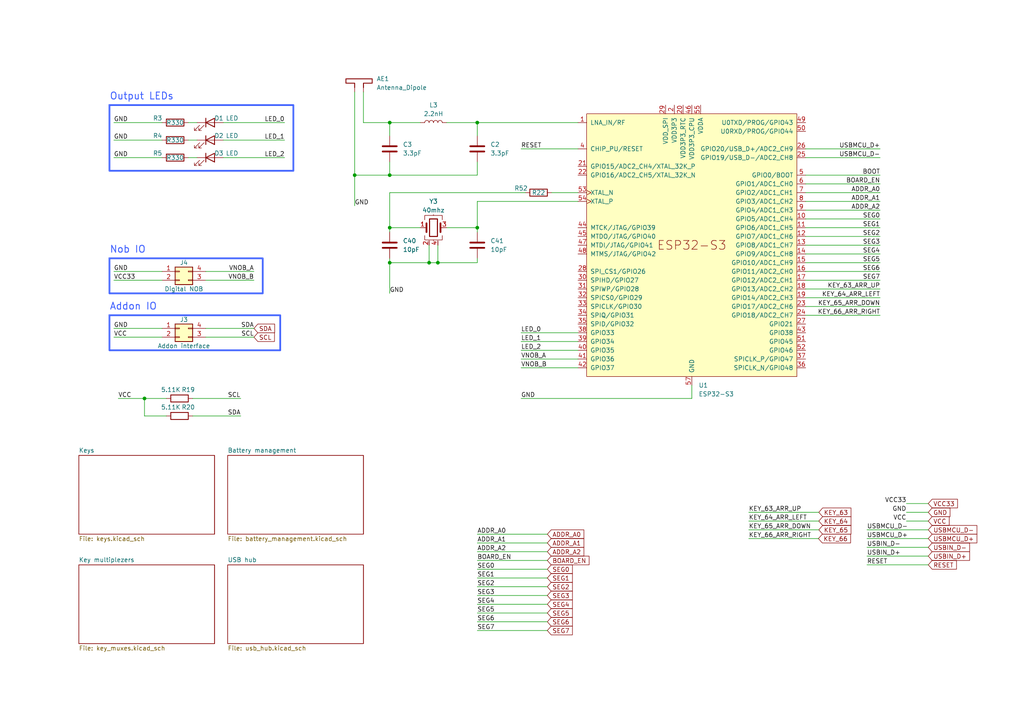
<source format=kicad_sch>
(kicad_sch (version 20230121) (generator eeschema)
  (paper "A4")
  (lib_symbols
    (symbol "Connector_Generic:Conn_02x02_Counter_Clockwise" (pin_names (offset 1.016) hide)
      (property "Reference" "J" (at 1.27 2.54 0))
      (property "Value" "Conn_02x02_Counter_Clockwise" (at 1.27 -5.08 0))
      (symbol "Conn_02x02_Counter_Clockwise_1_1"
        (rectangle (start -1.27 -2.413) (end 0 -2.667) (stroke (width 0.1524)))
        (rectangle (start -1.27 0.127) (end 0 -0.127) (stroke (width 0.1524)))
        (rectangle (start -1.27 1.27) (end 3.81 -3.81) (stroke (width 0.254)) (fill (type background)))
        (rectangle (start 3.81 -2.413) (end 2.54 -2.667) (stroke (width 0.1524)))
        (rectangle (start 3.81 0.127) (end 2.54 -0.127) (stroke (width 0.1524)))
        (pin passive line (at -5.08 0 0) (length 3.81) (name "Pin_1") (number "1"))
        (pin passive line (at -5.08 -2.54 0) (length 3.81) (name "Pin_2") (number "2"))
        (pin passive line (at 7.62 -2.54 180) (length 3.81) (name "Pin_3") (number "3"))
        (pin passive line (at 7.62 0 180) (length 3.81) (name "Pin_4") (number "4"))
      )
    )
    (symbol "Device:Antenna_Dipole" (pin_numbers hide) (pin_names (offset 1.016) hide)
      (property "Reference" "AE" (at 1.27 1.27 0))
      (property "Value" "Antenna_Dipole" (at 1.27 0 0))
      (symbol "Antenna_Dipole_0_1"
        (polyline (pts (xy 2.54 -3.81) (xy 2.54 -2.54) (xy 5.08 -2.54) (xy 5.08 -1.27) (xy -2.54 -1.27) (xy -2.54 -2.54) (xy 0 -2.54) (xy 0 -3.81)) (stroke (width 0.254)))
      )
      (symbol "Antenna_Dipole_1_1"
        (pin input line (at 0 -5.08 90) (length 2.54) (name "~") (number "1"))
        (pin input line (at 2.54 -5.08 90) (length 2.54) (name "~") (number "2"))
      )
    )
    (symbol "Device:C" (pin_numbers hide) (pin_names (offset 0.254))
      (property "Reference" "C" (at 0.635 2.54 0))
      (property "Value" "C" (at 0.635 -2.54 0))
      (symbol "C_0_1"
        (polyline (pts (xy -2.032 -0.762) (xy 2.032 -0.762)) (stroke (width 0.508)))
        (polyline (pts (xy -2.032 0.762) (xy 2.032 0.762)) (stroke (width 0.508)))
      )
      (symbol "C_1_1"
        (pin passive line (at 0 3.81 270) (length 2.794) (name "~") (number "1"))
        (pin passive line (at 0 -3.81 90) (length 2.794) (name "~") (number "2"))
      )
    )
    (symbol "Device:Crystal_GND24" (pin_names (offset 1.016) hide)
      (property "Reference" "Y1" (at 11.43 4.1909 0))
      (property "Value" "Crystal_GND24" (at 11.43 1.6509 0))
      (symbol "Crystal_GND24_0_1"
        (rectangle (start -1.143 2.54) (end 1.143 -2.54) (stroke (width 0.3048)))
        (polyline (pts (xy -2.54 0) (xy -2.032 0)))
        (polyline (pts (xy -2.032 -1.27) (xy -2.032 1.27)) (stroke (width 0.508)))
        (polyline (pts (xy 0 -3.81) (xy 0 -3.556)))
        (polyline (pts (xy 0 3.556) (xy 0 3.81)))
        (polyline (pts (xy 2.032 -1.27) (xy 2.032 1.27)) (stroke (width 0.508)))
        (polyline (pts (xy 2.032 0) (xy 2.54 0)))
        (polyline (pts (xy -2.54 -2.286) (xy -2.54 -3.556) (xy 2.54 -3.556) (xy 2.54 -2.286)))
        (polyline (pts (xy -2.54 2.286) (xy -2.54 3.556) (xy 2.54 3.556) (xy 2.54 2.286)))
      )
      (symbol "Crystal_GND24_1_1"
        (pin passive line (at -3.81 0 0) (length 1.27) (name "1") (number "1"))
        (pin passive line (at -1.27 -5.08 90) (length 1.27) (name "2") (number "2"))
        (pin passive line (at 3.81 0 180) (length 1.27) (name "3") (number "3"))
        (pin passive line (at 1.27 -5.08 90) (length 1.27) (name "4") (number "4"))
      )
    )
    (symbol "Device:L" (pin_numbers hide) (pin_names (offset 1.016) hide)
      (property "Reference" "L" (at -1.27 0 90))
      (property "Value" "L" (at 1.905 0 90))
      (symbol "L_0_1"
        (arc (start 0 -2.54) (mid 0.6323 -1.905) (end 0 -1.27))
        (arc (start 0 -1.27) (mid 0.6323 -0.635) (end 0 0))
        (arc (start 0 0) (mid 0.6323 0.635) (end 0 1.27))
        (arc (start 0 1.27) (mid 0.6323 1.905) (end 0 2.54))
      )
      (symbol "L_1_1"
        (pin passive line (at 0 3.81 270) (length 1.27) (name "1") (number "1"))
        (pin passive line (at 0 -3.81 90) (length 1.27) (name "2") (number "2"))
      )
    )
    (symbol "Device:LED" (pin_numbers hide) (pin_names (offset 1.016) hide)
      (property "Reference" "D" (at 0 2.54 0))
      (property "Value" "LED" (at 0 -2.54 0))
      (symbol "LED_0_1"
        (polyline (pts (xy -1.27 -1.27) (xy -1.27 1.27)) (stroke (width 0.254)))
        (polyline (pts (xy -1.27 0) (xy 1.27 0)))
        (polyline (pts (xy 1.27 -1.27) (xy 1.27 1.27) (xy -1.27 0) (xy 1.27 -1.27)) (stroke (width 0.254)))
        (polyline (pts (xy -3.048 -0.762) (xy -4.572 -2.286) (xy -3.81 -2.286) (xy -4.572 -2.286) (xy -4.572 -1.524)))
        (polyline (pts (xy -1.778 -0.762) (xy -3.302 -2.286) (xy -2.54 -2.286) (xy -3.302 -2.286) (xy -3.302 -1.524)))
      )
      (symbol "LED_1_1"
        (pin passive line (at -3.81 0 0) (length 2.54) (name "K") (number "1"))
        (pin passive line (at 3.81 0 180) (length 2.54) (name "A") (number "2"))
      )
    )
    (symbol "Device:R" (pin_numbers hide) (pin_names (offset 0))
      (property "Reference" "R" (at 2.032 0 90))
      (property "Value" "R" (at 0 0 90))
      (symbol "R_0_1"
        (rectangle (start -1.016 -2.54) (end 1.016 2.54) (stroke (width 0.254)))
      )
      (symbol "R_1_1"
        (pin passive line (at 0 3.81 270) (length 1.27) (name "~") (number "1"))
        (pin passive line (at 0 -3.81 90) (length 1.27) (name "~") (number "2"))
      )
    )
    (symbol "esp:ESP32-S3" (pin_names (offset 1.016))
      (property "Reference" "U" (at -30.48 43.18 0))
      (property "Value" "ESP32-S3" (at -30.48 40.64 0))
      (symbol "ESP32-S3_0_0"
        (text "ESP32-S3" (at 0 0 0) (effects (font (size 2.54 2.54))))
        (pin bidirectional line (at 33.02 -35.56 180) (length 2.54) (name "SPICLK_N/GPIO48") (number "36"))
        (pin bidirectional line (at 33.02 -33.02 180) (length 2.54) (name "SPICLK_P/GPIO47") (number "37"))
      )
      (symbol "ESP32-S3_0_1"
        (rectangle (start -30.48 38.1) (end 30.48 -38.1) (fill (type background)))
      )
      (symbol "ESP32-S3_1_1"
        (pin bidirectional line (at -33.02 35.56 0) (length 2.54) (name "LNA_IN/RF") (number "1"))
        (pin bidirectional line (at 33.02 7.62 180) (length 2.54) (name "GPIO5/ADC1_CH4") (number "10"))
        (pin bidirectional line (at 33.02 5.08 180) (length 2.54) (name "GPIO6/ADC1_CH5") (number "11"))
        (pin bidirectional line (at 33.02 2.54 180) (length 2.54) (name "GPIO7/ADC1_CH6") (number "12"))
        (pin bidirectional line (at 33.02 0 180) (length 2.54) (name "GPIO8/ADC1_CH7") (number "13"))
        (pin bidirectional line (at 33.02 -2.54 180) (length 2.54) (name "GPIO9/ADC1_CH8") (number "14"))
        (pin bidirectional line (at 33.02 -5.08 180) (length 2.54) (name "GPIO10/ADC1_CH9") (number "15"))
        (pin bidirectional line (at 33.02 -7.62 180) (length 2.54) (name "GPIO11/ADC2_CH0") (number "16"))
        (pin bidirectional line (at 33.02 -10.16 180) (length 2.54) (name "GPIO12/ADC2_CH1") (number "17"))
        (pin bidirectional line (at 33.02 -12.7 180) (length 2.54) (name "GPIO13/ADC2_CH2") (number "18"))
        (pin bidirectional line (at 33.02 -15.24 180) (length 2.54) (name "GPIO14/ADC2_CH3") (number "19"))
        (pin power_in line (at -5.08 40.64 270) (length 2.54) (name "VDD3P3") (number "2"))
        (pin power_in line (at -2.54 40.64 270) (length 2.54) (name "VDD3P3_RTC") (number "20"))
        (pin bidirectional line (at -33.02 22.86 0) (length 2.54) (name "GPIO15/ADC2_CH4/XTAL_32K_P") (number "21"))
        (pin bidirectional line (at -33.02 20.32 0) (length 2.54) (name "GPIO16/ADC2_CH5/XTAL_32K_N") (number "22"))
        (pin bidirectional line (at 33.02 -17.78 180) (length 2.54) (name "GPIO17/ADC2_CH6") (number "23"))
        (pin bidirectional line (at 33.02 -20.32 180) (length 2.54) (name "GPIO18/ADC2_CH7") (number "24"))
        (pin bidirectional line (at 33.02 25.4 180) (length 2.54) (name "GPIO19/USB_D-/ADC2_CH8") (number "25"))
        (pin bidirectional line (at 33.02 27.94 180) (length 2.54) (name "GPIO20/USB_D+/ADC2_CH9") (number "26"))
        (pin bidirectional line (at 33.02 -22.86 180) (length 2.54) (name "GPIO21") (number "27"))
        (pin bidirectional line (at -33.02 -7.62 0) (length 2.54) (name "SPI_CS1/GPIO26") (number "28"))
        (pin power_out line (at -7.62 40.64 270) (length 2.54) (name "VDD_SPI") (number "29"))
        (pin power_in line (at -5.08 40.64 270) (length 2.54) hide (name "VDD3P3") (number "3"))
        (pin bidirectional line (at -33.02 -10.16 0) (length 2.54) (name "SPIHD/GPIO27") (number "30"))
        (pin bidirectional line (at -33.02 -12.7 0) (length 2.54) (name "SPIWP/GPIO28") (number "31"))
        (pin bidirectional line (at -33.02 -15.24 0) (length 2.54) (name "SPICS0/GPIO29") (number "32"))
        (pin bidirectional line (at -33.02 -17.78 0) (length 2.54) (name "SPICLK/GPIO30") (number "33"))
        (pin bidirectional line (at -33.02 -20.32 0) (length 2.54) (name "SPIQ/GPIO31") (number "34"))
        (pin bidirectional line (at -33.02 -22.86 0) (length 2.54) (name "SPID/GPIO32") (number "35"))
        (pin bidirectional line (at -33.02 -25.4 0) (length 2.54) (name "GPIO33") (number "38"))
        (pin bidirectional line (at -33.02 -27.94 0) (length 2.54) (name "GPIO34") (number "39"))
        (pin input line (at -33.02 27.94 0) (length 2.54) (name "CHIP_PU/RESET") (number "4"))
        (pin bidirectional line (at -33.02 -30.48 0) (length 2.54) (name "GPIO35") (number "40"))
        (pin bidirectional line (at -33.02 -33.02 0) (length 2.54) (name "GPIO36") (number "41"))
        (pin bidirectional line (at -33.02 -35.56 0) (length 2.54) (name "GPIO37") (number "42"))
        (pin bidirectional line (at 33.02 -25.4 180) (length 2.54) (name "GPIO38") (number "43"))
        (pin bidirectional line (at -33.02 5.08 0) (length 2.54) (name "MTCK/JTAG/GPIO39") (number "44"))
        (pin bidirectional line (at -33.02 2.54 0) (length 2.54) (name "MTDO/JTAG/GPIO40") (number "45"))
        (pin power_in line (at 0 40.64 270) (length 2.54) (name "VDD3P3_CPU") (number "46"))
        (pin bidirectional line (at -33.02 0 0) (length 2.54) (name "MTDI/JTAG/GPIO41") (number "47"))
        (pin bidirectional line (at -33.02 -2.54 0) (length 2.54) (name "MTMS/JTAG/GPIO42") (number "48"))
        (pin bidirectional line (at 33.02 35.56 180) (length 2.54) (name "U0TXD/PROG/GPIO43") (number "49"))
        (pin bidirectional line (at 33.02 20.32 180) (length 2.54) (name "GPIO0/BOOT") (number "5"))
        (pin bidirectional line (at 33.02 33.02 180) (length 2.54) (name "U0RXD/PROG/GPIO44") (number "50"))
        (pin bidirectional line (at 33.02 -27.94 180) (length 2.54) (name "GPIO45") (number "51"))
        (pin bidirectional line (at 33.02 -30.48 180) (length 2.54) (name "GPIO46") (number "52"))
        (pin input clock (at -33.02 15.24 0) (length 2.54) (name "XTAL_N") (number "53"))
        (pin output clock (at -33.02 12.7 0) (length 2.54) (name "XTAL_P") (number "54"))
        (pin power_in line (at 2.54 40.64 270) (length 2.54) (name "VDDA") (number "55"))
        (pin passive line (at 2.54 40.64 270) (length 2.54) hide (name "VDDA") (number "56"))
        (pin power_in line (at 0 -40.64 90) (length 2.54) (name "GND") (number "57"))
        (pin bidirectional line (at 33.02 17.78 180) (length 2.54) (name "GPIO1/ADC1_CH0") (number "6"))
        (pin bidirectional line (at 33.02 15.24 180) (length 2.54) (name "GPIO2/ADC1_CH1") (number "7"))
        (pin bidirectional line (at 33.02 12.7 180) (length 2.54) (name "GPIO3/ADC1_CH2") (number "8"))
        (pin bidirectional line (at 33.02 10.16 180) (length 2.54) (name "GPIO4/ADC1_CH3") (number "9"))
      )
    )
  )
  (junction (at 138.43 66.04))
  (junction (at 113.03 50.8))
  (junction (at 113.03 35.56))
  (junction (at 102.87 50.8))
  (junction (at 124.46 76.2))
  (junction (at 41.91 115.57))
  (junction (at 113.03 66.04))
  (junction (at 127 76.2))
  (junction (at 113.03 76.2))
  (junction (at 138.43 35.56))
  (wire (pts (xy 138.43 35.56) (xy 138.43 39.37)))
  (wire (pts (xy 262.89 146.05) (xy 269.24 146.05)))
  (wire (pts (xy 233.68 58.42) (xy 255.27 58.42)))
  (wire (pts (xy 124.46 71.12) (xy 124.46 76.2)))
  (wire (pts (xy 33.02 97.79) (xy 46.99 97.79)))
  (wire (pts (xy 138.43 170.18) (xy 158.75 170.18)))
  (wire (pts (xy 59.69 78.74) (xy 73.66 78.74)))
  (wire (pts (xy 138.43 66.04) (xy 138.43 58.42)))
  (wire (pts (xy 113.03 35.56) (xy 105.41 35.56)))
  (wire (pts (xy 233.68 53.34) (xy 255.27 53.34)))
  (wire (pts (xy 102.87 50.8) (xy 113.03 50.8)))
  (wire (pts (xy 54.61 35.56) (xy 57.15 35.56)))
  (wire (pts (xy 269.24 153.67) (xy 251.46 153.67)))
  (wire (pts (xy 160.02 55.88) (xy 167.64 55.88)))
  (wire (pts (xy 113.03 76.2) (xy 113.03 74.93)))
  (wire (pts (xy 138.43 177.8) (xy 158.75 177.8)))
  (wire (pts (xy 64.77 35.56) (xy 82.55 35.56)))
  (wire (pts (xy 113.03 76.2) (xy 113.03 85.09)))
  (wire (pts (xy 138.43 162.56) (xy 158.75 162.56)))
  (wire (pts (xy 127 71.12) (xy 127 76.2)))
  (wire (pts (xy 151.13 99.06) (xy 167.64 99.06)))
  (wire (pts (xy 113.03 55.88) (xy 152.4 55.88)))
  (wire (pts (xy 233.68 66.04) (xy 255.27 66.04)))
  (wire (pts (xy 151.13 106.68) (xy 167.64 106.68)))
  (wire (pts (xy 59.69 81.28) (xy 73.66 81.28)))
  (wire (pts (xy 269.24 151.13) (xy 262.89 151.13)))
  (wire (pts (xy 151.13 96.52) (xy 167.64 96.52)))
  (wire (pts (xy 54.61 45.72) (xy 57.15 45.72)))
  (wire (pts (xy 151.13 115.57) (xy 200.66 115.57)))
  (wire (pts (xy 233.68 73.66) (xy 255.27 73.66)))
  (wire (pts (xy 41.91 115.57) (xy 48.26 115.57)))
  (wire (pts (xy 129.54 66.04) (xy 138.43 66.04)))
  (wire (pts (xy 217.17 153.67) (xy 237.49 153.67)))
  (wire (pts (xy 233.68 76.2) (xy 255.27 76.2)))
  (wire (pts (xy 233.68 86.36) (xy 255.27 86.36)))
  (wire (pts (xy 59.69 95.25) (xy 73.66 95.25)))
  (wire (pts (xy 41.91 120.65) (xy 41.91 115.57)))
  (wire (pts (xy 233.68 45.72) (xy 255.27 45.72)))
  (wire (pts (xy 138.43 58.42) (xy 167.64 58.42)))
  (wire (pts (xy 33.02 95.25) (xy 46.99 95.25)))
  (wire (pts (xy 105.41 26.67) (xy 105.41 35.56)))
  (wire (pts (xy 269.24 161.29) (xy 251.46 161.29)))
  (wire (pts (xy 151.13 104.14) (xy 167.64 104.14)))
  (wire (pts (xy 138.43 175.26) (xy 158.75 175.26)))
  (wire (pts (xy 233.68 88.9) (xy 255.27 88.9)))
  (wire (pts (xy 233.68 78.74) (xy 255.27 78.74)))
  (wire (pts (xy 233.68 55.88) (xy 255.27 55.88)))
  (wire (pts (xy 251.46 163.83) (xy 269.24 163.83)))
  (wire (pts (xy 33.02 35.56) (xy 46.99 35.56)))
  (wire (pts (xy 64.77 40.64) (xy 82.55 40.64)))
  (wire (pts (xy 121.92 35.56) (xy 113.03 35.56)))
  (wire (pts (xy 33.02 81.28) (xy 46.99 81.28)))
  (wire (pts (xy 217.17 148.59) (xy 237.49 148.59)))
  (wire (pts (xy 138.43 160.02) (xy 158.75 160.02)))
  (wire (pts (xy 129.54 35.56) (xy 138.43 35.56)))
  (wire (pts (xy 113.03 76.2) (xy 124.46 76.2)))
  (wire (pts (xy 138.43 182.88) (xy 158.75 182.88)))
  (wire (pts (xy 151.13 101.6) (xy 167.64 101.6)))
  (wire (pts (xy 55.88 115.57) (xy 69.85 115.57)))
  (wire (pts (xy 113.03 66.04) (xy 121.92 66.04)))
  (wire (pts (xy 64.77 45.72) (xy 82.55 45.72)))
  (wire (pts (xy 269.24 148.59) (xy 262.89 148.59)))
  (wire (pts (xy 233.68 71.12) (xy 255.27 71.12)))
  (wire (pts (xy 251.46 158.75) (xy 269.24 158.75)))
  (wire (pts (xy 33.02 45.72) (xy 46.99 45.72)))
  (wire (pts (xy 124.46 76.2) (xy 127 76.2)))
  (wire (pts (xy 233.68 68.58) (xy 255.27 68.58)))
  (wire (pts (xy 200.66 111.76) (xy 200.66 115.57)))
  (wire (pts (xy 138.43 67.31) (xy 138.43 66.04)))
  (wire (pts (xy 269.24 156.21) (xy 251.46 156.21)))
  (wire (pts (xy 138.43 157.48) (xy 158.75 157.48)))
  (wire (pts (xy 167.64 35.56) (xy 138.43 35.56)))
  (wire (pts (xy 54.61 40.64) (xy 57.15 40.64)))
  (wire (pts (xy 113.03 50.8) (xy 138.43 50.8)))
  (wire (pts (xy 233.68 83.82) (xy 255.27 83.82)))
  (wire (pts (xy 233.68 60.96) (xy 255.27 60.96)))
  (wire (pts (xy 34.29 115.57) (xy 41.91 115.57)))
  (wire (pts (xy 138.43 167.64) (xy 158.75 167.64)))
  (wire (pts (xy 233.68 91.44) (xy 255.27 91.44)))
  (wire (pts (xy 113.03 50.8) (xy 113.03 46.99)))
  (wire (pts (xy 167.64 43.18) (xy 151.13 43.18)))
  (wire (pts (xy 138.43 154.94) (xy 158.75 154.94)))
  (wire (pts (xy 33.02 40.64) (xy 46.99 40.64)))
  (wire (pts (xy 138.43 180.34) (xy 158.75 180.34)))
  (wire (pts (xy 233.68 63.5) (xy 255.27 63.5)))
  (wire (pts (xy 59.69 97.79) (xy 73.66 97.79)))
  (wire (pts (xy 113.03 67.31) (xy 113.03 66.04)))
  (wire (pts (xy 102.87 26.67) (xy 102.87 50.8)))
  (wire (pts (xy 48.26 120.65) (xy 41.91 120.65)))
  (wire (pts (xy 217.17 151.13) (xy 237.49 151.13)))
  (wire (pts (xy 138.43 165.1) (xy 158.75 165.1)))
  (wire (pts (xy 113.03 35.56) (xy 113.03 39.37)))
  (wire (pts (xy 138.43 50.8) (xy 138.43 46.99)))
  (wire (pts (xy 138.43 172.72) (xy 158.75 172.72)))
  (wire (pts (xy 33.02 78.74) (xy 46.99 78.74)))
  (wire (pts (xy 55.88 120.65) (xy 69.85 120.65)))
  (wire (pts (xy 113.03 55.88) (xy 113.03 66.04)))
  (wire (pts (xy 217.17 156.21) (xy 237.49 156.21)))
  (wire (pts (xy 233.68 50.8) (xy 255.27 50.8)))
  (wire (pts (xy 127 76.2) (xy 138.43 76.2)))
  (wire (pts (xy 233.68 81.28) (xy 255.27 81.28)))
  (wire (pts (xy 138.43 76.2) (xy 138.43 74.93)))
  (wire (pts (xy 102.87 50.8) (xy 102.87 59.69)))
  (wire (pts (xy 233.68 43.18) (xy 255.27 43.18)))
  (rectangle (start 31.75 74.93) (end 76.2 85.09) (stroke (width 0.5) (color 59 93 255 1)))
  (rectangle (start 31.75 91.44) (end 81.28 101.6) (stroke (width 0.5) (color 59 93 255 1)))
  (rectangle (start 31.75 30.48) (end 85.09 49.53) (stroke (width 0.5) (color 59 93 255 1)))
  (text "Nob IO" (at 31.75 73.66 0) (effects (font (size 2 2) (thickness 0.254) bold) (justify left bottom)))
  (text "Output LEDs" (at 31.75 29.21 0) (effects (font (size 2 2) (thickness 0.254) bold) (justify left bottom)))
  (text "Addon IO" (at 31.75 90.17 0) (effects (font (size 2 2) (thickness 0.254) bold) (justify left bottom)))
  (label "VCC" (at 33.02 97.79 0))
  (label "VNOB_A" (at 73.66 78.74 180))
  (label "KEY_63_ARR_UP" (at 217.17 148.59 0))
  (label "SDA" (at 73.66 95.25 180))
  (label "ADDR_A1" (at 255.27 58.42 180))
  (label "VNOB_B" (at 151.13 106.68 0))
  (label "ADDR_A0" (at 138.43 154.94 0))
  (label "GND" (at 33.02 95.25 0))
  (label "VCC33" (at 33.02 81.28 0))
  (label "SEG1" (at 255.27 66.04 180))
  (label "KEY_64_ARR_LEFT" (at 217.17 151.13 0))
  (label "VNOB_B" (at 73.66 81.28 180))
  (label "KEY_64_ARR_LEFT" (at 255.27 86.36 180))
  (label "USBMCU_D-" (at 251.46 153.67 0))
  (label "GND" (at 113.03 85.09 0))
  (label "RESET" (at 251.46 163.83 0))
  (label "SEG3" (at 138.43 172.72 0))
  (label "ADDR_A2" (at 138.43 160.02 0))
  (label "SEG6" (at 255.27 78.74 180))
  (label "LED_2" (at 151.13 101.6 0))
  (label "SEG7" (at 138.43 182.88 0))
  (label "USBMCU_D-" (at 255.27 45.72 180))
  (label "RESET" (at 151.13 43.18 0))
  (label "USBIN_D+" (at 251.46 161.29 0))
  (label "KEY_65_ARR_DOWN" (at 255.27 88.9 180))
  (label "USBIN_D-" (at 251.46 158.75 0))
  (label "GND" (at 33.02 35.56 0))
  (label "ADDR_A0" (at 255.27 55.88 180))
  (label "VCC" (at 262.89 151.13 180))
  (label "GND" (at 33.02 78.74 0))
  (label "SEG3" (at 255.27 71.12 180))
  (label "KEY_66_ARR_RIGHT" (at 217.17 156.21 0))
  (label "SEG7" (at 255.27 81.28 180))
  (label "ADDR_A1" (at 138.43 157.48 0))
  (label "VCC33" (at 262.89 146.05 180))
  (label "SEG2" (at 255.27 68.58 180))
  (label "SEG0" (at 255.27 63.5 180))
  (label "SEG5" (at 255.27 76.2 180))
  (label "SEG4" (at 255.27 73.66 180))
  (label "GND" (at 262.89 148.59 180))
  (label "GND" (at 151.13 115.57 0))
  (label "SCL" (at 73.66 97.79 180))
  (label "BOOT" (at 255.27 50.8 180))
  (label "SCL" (at 66.04 115.57 0))
  (label "ADDR_A2" (at 255.27 60.96 180))
  (label "BOARD_EN" (at 138.43 162.56 0))
  (label "SDA" (at 66.04 120.65 0))
  (label "LED_0" (at 151.13 96.52 0))
  (label "LED_0" (at 82.55 35.56 180))
  (label "LED_1" (at 82.55 40.64 180))
  (label "SEG5" (at 138.43 177.8 0))
  (label "KEY_63_ARR_UP" (at 255.27 83.82 180))
  (label "LED_2" (at 82.55 45.72 180))
  (label "GND" (at 33.02 45.72 0))
  (label "GND" (at 33.02 40.64 0))
  (label "USBMCU_D+" (at 255.27 43.18 180))
  (label "SEG0" (at 138.43 165.1 0))
  (label "GND" (at 102.87 59.69 0))
  (label "VNOB_A" (at 151.13 104.14 0))
  (label "USBMCU_D+" (at 251.46 156.21 0))
  (label "BOARD_EN" (at 255.27 53.34 180))
  (label "VCC" (at 34.29 115.57 0))
  (label "LED_1" (at 151.13 99.06 0))
  (label "KEY_66_ARR_RIGHT" (at 255.27 91.44 180))
  (label "SEG2" (at 138.43 170.18 0))
  (label "KEY_65_ARR_DOWN" (at 217.17 153.67 0))
  (label "SEG6" (at 138.43 180.34 0))
  (label "SEG4" (at 138.43 175.26 0))
  (label "SEG1" (at 138.43 167.64 0))
  (global_label "ADDR_A1" (shape input) (at 158.75 157.48 0) (property "Intersheetrefs" "${INTERSHEET_REFS}" (effects hide)))
  (global_label "SDA" (shape input) (at 73.66 95.25 0) (property "Intersheetrefs" "${INTERSHEET_REFS}" (effects hide)))
  (global_label "ADDR_A0" (shape input) (at 158.75 154.94 0) (property "Intersheetrefs" "${INTERSHEET_REFS}" (effects hide)))
  (global_label "SEG4" (shape input) (at 158.75 175.26 0) (property "Intersheetrefs" "${INTERSHEET_REFS}" (effects hide)))
  (global_label "KEY_63" (shape input) (at 237.49 148.59 0) (property "Intersheetrefs" "${INTERSHEET_REFS}" (effects hide)))
  (global_label "USBMCU_D+" (shape input) (at 269.24 156.21 0) (property "Intersheetrefs" "${INTERSHEET_REFS}" (effects hide)))
  (global_label "SEG7" (shape input) (at 158.75 182.88 0) (property "Intersheetrefs" "${INTERSHEET_REFS}" (effects hide)))
  (global_label "ADDR_A2" (shape input) (at 158.75 160.02 0) (property "Intersheetrefs" "${INTERSHEET_REFS}" (effects hide)))
  (global_label "USBIN_D+" (shape input) (at 269.24 161.29 0) (property "Intersheetrefs" "${INTERSHEET_REFS}" (effects hide)))
  (global_label "SEG2" (shape input) (at 158.75 170.18 0) (property "Intersheetrefs" "${INTERSHEET_REFS}" (effects hide)))
  (global_label "VCC" (shape input) (at 269.24 151.13 0) (property "Intersheetrefs" "${INTERSHEET_REFS}" (effects hide)))
  (global_label "RESET" (shape input) (at 269.24 163.83 0) (property "Intersheetrefs" "${INTERSHEET_REFS}" (effects hide)))
  (global_label "USBIN_D-" (shape input) (at 269.24 158.75 0) (property "Intersheetrefs" "${INTERSHEET_REFS}" (effects hide)))
  (global_label "KEY_65" (shape input) (at 237.49 153.67 0) (property "Intersheetrefs" "${INTERSHEET_REFS}" (effects hide)))
  (global_label "SEG5" (shape input) (at 158.75 177.8 0) (property "Intersheetrefs" "${INTERSHEET_REFS}" (effects hide)))
  (global_label "SEG3" (shape input) (at 158.75 172.72 0) (property "Intersheetrefs" "${INTERSHEET_REFS}" (effects hide)))
  (global_label "SCL" (shape input) (at 73.66 97.79 0) (property "Intersheetrefs" "${INTERSHEET_REFS}" (effects hide)))
  (global_label "VCC33" (shape input) (at 269.24 146.05 0) (property "Intersheetrefs" "${INTERSHEET_REFS}" (effects hide)))
  (global_label "USBMCU_D-" (shape input) (at 269.24 153.67 0) (property "Intersheetrefs" "${INTERSHEET_REFS}" (effects hide)))
  (global_label "KEY_64" (shape input) (at 237.49 151.13 0) (property "Intersheetrefs" "${INTERSHEET_REFS}" (effects hide)))
  (global_label "SEG1" (shape input) (at 158.75 167.64 0) (property "Intersheetrefs" "${INTERSHEET_REFS}" (effects hide)))
  (global_label "BOARD_EN" (shape input) (at 158.75 162.56 0) (property "Intersheetrefs" "${INTERSHEET_REFS}" (effects hide)))
  (global_label "SEG6" (shape input) (at 158.75 180.34 0) (property "Intersheetrefs" "${INTERSHEET_REFS}" (effects hide)))
  (global_label "SEG0" (shape input) (at 158.75 165.1 0) (property "Intersheetrefs" "${INTERSHEET_REFS}" (effects hide)))
  (global_label "KEY_66" (shape input) (at 237.3801 156.21 0) (property "Intersheetrefs" "${INTERSHEET_REFS}" (effects hide)))
  (global_label "GND" (shape input) (at 269.24 148.59 0) (property "Intersheetrefs" "${INTERSHEET_REFS}" (effects hide)))
  (symbol (lib_id "Device:C") (at 138.43 43.18 0) (unit 1)
    (property "Reference" "C2" (at 142.24 41.91 0) (effects (justify left)))
    (property "Value" "3.3pF" (at 142.24 44.45 0) (effects (justify left)))
    (property "Footprint" "Capacitor_SMD:C_0402_1005Metric" (effects hide))
  )
  (symbol (lib_id "Device:R") (at 52.07 120.65 90) (unit 1)
    (property "Reference" "R20" (at 54.61 118.11 90))
    (property "Value" "5.11K" (at 49.53 118.11 90))
    (property "Footprint" "Resistor_SMD:R_0402_1005Metric" (effects hide))
  )
  (symbol (lib_id "Device:LED") (at 60.96 35.56 0) (unit 1)
    (property "Reference" "D1" (at 63.5 34.29 0))
    (property "Value" "LED" (at 67.31 34.29 0))
    (property "Footprint" "LED_THT:LED_D3.0mm_Clear" (effects hide))
  )
  (symbol (lib_id "Device:L") (at 125.73 35.56 90) (unit 1)
    (property "Reference" "L3" (at 125.73 30.48 90))
    (property "Value" "2.2nH" (at 125.73 33.02 90))
    (property "Footprint" "Inductor_SMD:L_0805_2012Metric" (effects hide))
  )
  (symbol (lib_id "Device:R") (at 50.8 40.64 90) (unit 1)
    (property "Reference" "R4" (at 45.72 39.37 90))
    (property "Value" "R330" (at 50.8 40.64 90))
    (property "Footprint" "Resistor_SMD:R_0402_1005Metric" (effects hide))
  )
  (symbol (lib_id "Device:Antenna_Dipole") (at 102.87 21.59 0) (unit 1)
    (property "Reference" "AE1" (at 109.22 22.86 0) (effects (justify left)))
    (property "Value" "Antenna_Dipole" (at 109.22 25.4 0) (effects (justify left)))
    (property "Footprint" "ESPRESSIF_ESP32_MIFA_2.4GHz_Right:ESPRESSIF_ESP32_MIFA_2.4GHz_Right" (effects hide))
  )
  (symbol (lib_id "Device:R") (at 156.21 55.88 90) (unit 1)
    (property "Reference" "R52" (at 151.13 54.61 90))
    (property "Value" "R22" (at 156.21 55.88 90))
    (property "Footprint" "Resistor_SMD:R_0402_1005Metric" (effects hide))
  )
  (symbol (lib_id "Connector_Generic:Conn_02x02_Counter_Clockwise") (at 52.07 95.25 0) (unit 1)
    (property "Reference" "J3" (at 53.34 92.71 0))
    (property "Value" "Addon interface" (at 53.34 100.33 0))
    (property "Footprint" "Connector_PinHeader_2.54mm:PinHeader_1x04_P2.54mm_Vertical" (effects hide))
  )
  (symbol (lib_id "Device:LED") (at 60.96 40.64 0) (unit 1)
    (property "Reference" "D2" (at 63.5 39.37 0))
    (property "Value" "LED" (at 67.31 39.37 0))
    (property "Footprint" "LED_THT:LED_D3.0mm_Clear" (effects hide))
  )
  (symbol (lib_id "Device:R") (at 52.07 115.57 90) (unit 1)
    (property "Reference" "R19" (at 54.61 113.03 90))
    (property "Value" "5.11K" (at 49.53 113.03 90))
    (property "Footprint" "Resistor_SMD:R_0402_1005Metric" (effects hide))
  )
  (symbol (lib_id "Device:LED") (at 60.96 45.72 0) (unit 1)
    (property "Reference" "D3" (at 63.5 44.45 0))
    (property "Value" "LED" (at 67.31 44.45 0))
    (property "Footprint" "LED_THT:LED_D3.0mm_Clear" (effects hide))
  )
  (symbol (lib_id "Device:R") (at 50.8 35.56 90) (unit 1)
    (property "Reference" "R3" (at 45.72 34.29 90))
    (property "Value" "R330" (at 50.8 35.56 90))
    (property "Footprint" "Resistor_SMD:R_0402_1005Metric" (effects hide))
  )
  (symbol (lib_id "Device:Crystal_GND24") (at 125.73 66.04 0) (unit 1)
    (property "Reference" "Y3" (at 125.73 58.42 0))
    (property "Value" "40mhz" (at 125.73 60.96 0))
    (property "Footprint" "Crystal_SMD_7F16000E09UCG_4pin:Crystal_SMD_7F16000E09UCG_4pin" (effects hide))
  )
  (symbol (lib_id "esp:ESP32-S3") (at 200.66 71.12 0) (unit 1)
    (property "Reference" "U1" (at 202.6159 111.76 0) (effects (justify left)))
    (property "Value" "ESP32-S3" (at 202.6159 114.3 0) (effects (justify left)))
    (property "Footprint" "Package_DFN_QFN:QFN-56-1EP_7x7mm_P0.4mm_EP5.6x5.6mm" (effects hide))
    (property "Datasheet" "https://www.espressif.com/sites/default/files/documentation/esp32-s3_datasheet_en.pdf" (effects hide))
  )
  (symbol (lib_id "Device:C") (at 113.03 43.18 0) (unit 1)
    (property "Reference" "C3" (at 116.84 41.91 0) (effects (justify left)))
    (property "Value" "3.3pF" (at 116.84 44.45 0) (effects (justify left)))
    (property "Footprint" "Capacitor_SMD:C_0402_1005Metric" (effects hide))
  )
  (symbol (lib_id "Device:R") (at 50.8 45.72 90) (unit 1)
    (property "Reference" "R5" (at 45.72 44.45 90))
    (property "Value" "R330" (at 50.8 45.72 90))
    (property "Footprint" "Resistor_SMD:R_0402_1005Metric" (effects hide))
  )
  (symbol (lib_id "Device:C") (at 113.03 71.12 0) (unit 1)
    (property "Reference" "C40" (at 116.84 69.85 0) (effects (justify left)))
    (property "Value" "10pF" (at 116.84 72.39 0) (effects (justify left)))
    (property "Footprint" "Capacitor_SMD:C_0402_1005Metric" (effects hide))
  )
  (symbol (lib_id "Device:C") (at 138.43 71.12 0) (unit 1)
    (property "Reference" "C41" (at 142.24 69.85 0) (effects (justify left)))
    (property "Value" "10pF" (at 142.24 72.39 0) (effects (justify left)))
    (property "Footprint" "Capacitor_SMD:C_0402_1005Metric" (effects hide))
  )
  (symbol (lib_id "Connector_Generic:Conn_02x02_Counter_Clockwise") (at 52.07 78.74 0) (unit 1)
    (property "Reference" "J4" (at 53.34 76.2 0))
    (property "Value" "Digital NOB" (at 53.34 83.82 0))
    (property "Footprint" "Connector_PinHeader_2.54mm:PinHeader_1x04_P2.54mm_Vertical" (effects hide))
  )
  (sheet (at 22.86 132.08) (size 39.37 22.86) (stroke (width 0.1524))
    (property "Sheetname" "Keys" (at 22.86 131.3684 0) (effects (justify left bottom)))
    (property "Sheetfile" "keys.kicad_sch" (at 22.86 155.5246 0) (effects (justify left top)))
  )
  (sheet (at 22.86 163.83) (size 39.37 22.86) (stroke (width 0.1524))
    (property "Sheetname" "Key multiplezers" (at 22.86 163.1184 0) (effects (justify left bottom)))
    (property "Sheetfile" "key_muxes.kicad_sch" (at 22.86 187.2746 0) (effects (justify left top)))
  )
  (sheet (at 66.04 132.08) (size 39.37 22.86) (stroke (width 0.1524))
    (property "Sheetname" "Battery management" (at 66.04 131.3684 0) (effects (justify left bottom)))
    (property "Sheetfile" "battery_management.kicad_sch" (at 66.04 155.5246 0) (effects (justify left top)))
  )
  (sheet (at 66.04 163.83) (size 39.37 22.86) (stroke (width 0.1524))
    (property "Sheetname" "USB hub" (at 66.04 163.1184 0) (effects (justify left bottom)))
    (property "Sheetfile" "usb_hub.kicad_sch" (at 66.04 187.2746 0) (effects (justify left top)))
  )
)
</source>
